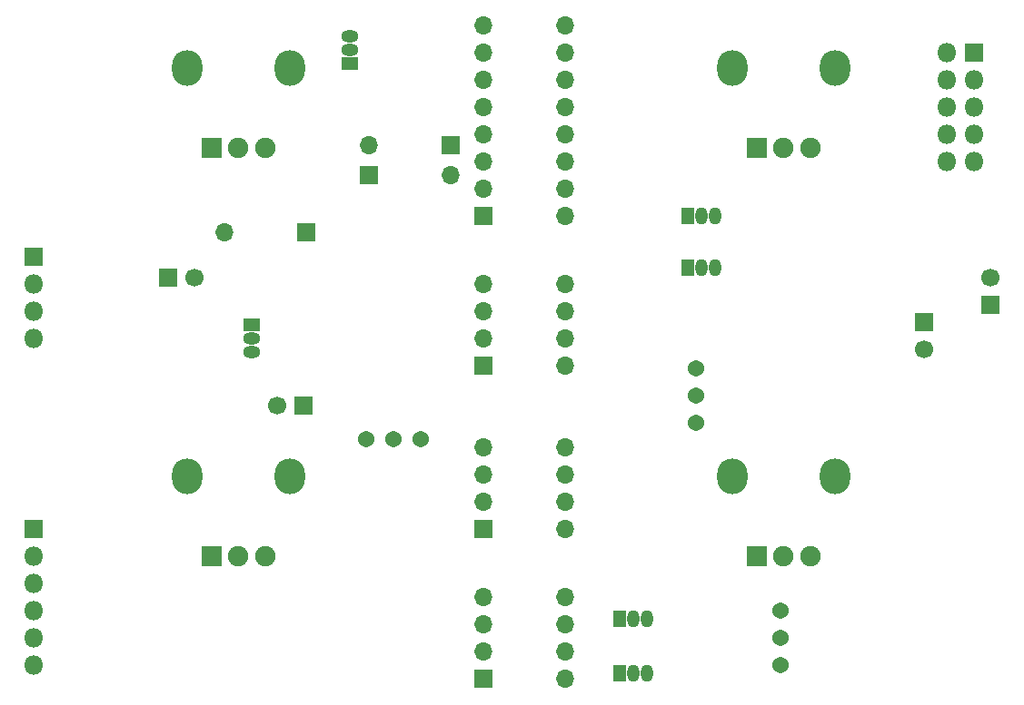
<source format=gbr>
G04 #@! TF.GenerationSoftware,KiCad,Pcbnew,5.1.6-c6e7f7d~86~ubuntu18.04.1*
G04 #@! TF.CreationDate,2020-06-22T07:49:52-04:00*
G04 #@! TF.ProjectId,modulation_source,6d6f6475-6c61-4746-996f-6e5f736f7572,rev?*
G04 #@! TF.SameCoordinates,Original*
G04 #@! TF.FileFunction,Soldermask,Top*
G04 #@! TF.FilePolarity,Negative*
%FSLAX46Y46*%
G04 Gerber Fmt 4.6, Leading zero omitted, Abs format (unit mm)*
G04 Created by KiCad (PCBNEW 5.1.6-c6e7f7d~86~ubuntu18.04.1) date 2020-06-22 07:49:52*
%MOMM*%
%LPD*%
G01*
G04 APERTURE LIST*
%ADD10C,1.700000*%
%ADD11R,1.700000X1.700000*%
%ADD12O,2.820000X3.340000*%
%ADD13C,1.900000*%
%ADD14R,1.900000X1.900000*%
%ADD15O,1.800000X1.800000*%
%ADD16R,1.800000X1.800000*%
%ADD17O,1.700000X1.700000*%
%ADD18C,1.540000*%
%ADD19R,1.150000X1.600000*%
%ADD20O,1.150000X1.600000*%
%ADD21R,1.600000X1.150000*%
%ADD22O,1.600000X1.150000*%
G04 APERTURE END LIST*
D10*
X195834000Y-78145000D03*
D11*
X195834000Y-80645000D03*
D10*
X189611000Y-84796000D03*
D11*
X189611000Y-82296000D03*
D10*
X129326000Y-90043000D03*
D11*
X131826000Y-90043000D03*
D10*
X121666000Y-78105000D03*
D11*
X119166000Y-78105000D03*
D12*
X171730000Y-58540000D03*
X181330000Y-58540000D03*
D13*
X179030000Y-66040000D03*
X176530000Y-66040000D03*
D14*
X174030000Y-66040000D03*
D12*
X120930000Y-96640000D03*
X130530000Y-96640000D03*
D13*
X128230000Y-104140000D03*
X125730000Y-104140000D03*
D14*
X123230000Y-104140000D03*
D12*
X171730000Y-96640000D03*
X181330000Y-96640000D03*
D13*
X179030000Y-104140000D03*
X176530000Y-104140000D03*
D14*
X174030000Y-104140000D03*
D12*
X120930000Y-58540000D03*
X130530000Y-58540000D03*
D13*
X128230000Y-66040000D03*
X125730000Y-66040000D03*
D14*
X123230000Y-66040000D03*
D15*
X106680000Y-114300000D03*
X106680000Y-111760000D03*
X106680000Y-109220000D03*
X106680000Y-106680000D03*
X106680000Y-104140000D03*
D16*
X106680000Y-101600000D03*
D15*
X106680000Y-83820000D03*
X106680000Y-81280000D03*
X106680000Y-78740000D03*
D16*
X106680000Y-76200000D03*
D17*
X156210000Y-101600000D03*
X148590000Y-93980000D03*
X156210000Y-99060000D03*
X148590000Y-96520000D03*
X156210000Y-96520000D03*
X148590000Y-99060000D03*
X156210000Y-93980000D03*
D11*
X148590000Y-101600000D03*
D17*
X156210000Y-86360000D03*
X148590000Y-78740000D03*
X156210000Y-83820000D03*
X148590000Y-81280000D03*
X156210000Y-81280000D03*
X148590000Y-83820000D03*
X156210000Y-78740000D03*
D11*
X148590000Y-86360000D03*
D17*
X156210000Y-115570000D03*
X148590000Y-107950000D03*
X156210000Y-113030000D03*
X148590000Y-110490000D03*
X156210000Y-110490000D03*
X148590000Y-113030000D03*
X156210000Y-107950000D03*
D11*
X148590000Y-115570000D03*
D17*
X156210000Y-72390000D03*
X148590000Y-54610000D03*
X156210000Y-69850000D03*
X148590000Y-57150000D03*
X156210000Y-67310000D03*
X148590000Y-59690000D03*
X156210000Y-64770000D03*
X148590000Y-62230000D03*
X156210000Y-62230000D03*
X148590000Y-64770000D03*
X156210000Y-59690000D03*
X148590000Y-67310000D03*
X156210000Y-57150000D03*
X148590000Y-69850000D03*
X156210000Y-54610000D03*
D11*
X148590000Y-72390000D03*
D18*
X137668000Y-93218000D03*
X140208000Y-93218000D03*
X142748000Y-93218000D03*
X176276000Y-109220000D03*
X176276000Y-111760000D03*
X176276000Y-114300000D03*
X168402000Y-86614000D03*
X168402000Y-89154000D03*
X168402000Y-91694000D03*
D19*
X161290000Y-115062000D03*
D20*
X163830000Y-115062000D03*
X162560000Y-115062000D03*
D21*
X127000000Y-82550000D03*
D22*
X127000000Y-85090000D03*
X127000000Y-83820000D03*
D19*
X161290000Y-109982000D03*
D20*
X163830000Y-109982000D03*
X162560000Y-109982000D03*
D21*
X136144000Y-58166000D03*
D22*
X136144000Y-55626000D03*
X136144000Y-56896000D03*
D19*
X167640000Y-72390000D03*
D20*
X170180000Y-72390000D03*
X168910000Y-72390000D03*
D19*
X167640000Y-77216000D03*
D20*
X170180000Y-77216000D03*
X168910000Y-77216000D03*
D15*
X191770000Y-67310000D03*
X194310000Y-67310000D03*
X191770000Y-64770000D03*
X194310000Y-64770000D03*
X191770000Y-62230000D03*
X194310000Y-62230000D03*
X191770000Y-59690000D03*
X194310000Y-59690000D03*
X191770000Y-57150000D03*
D16*
X194310000Y-57150000D03*
D17*
X124460000Y-73914000D03*
D11*
X132080000Y-73914000D03*
D17*
X137922000Y-65786000D03*
D11*
X145542000Y-65786000D03*
D17*
X145542000Y-68580000D03*
D11*
X137922000Y-68580000D03*
M02*

</source>
